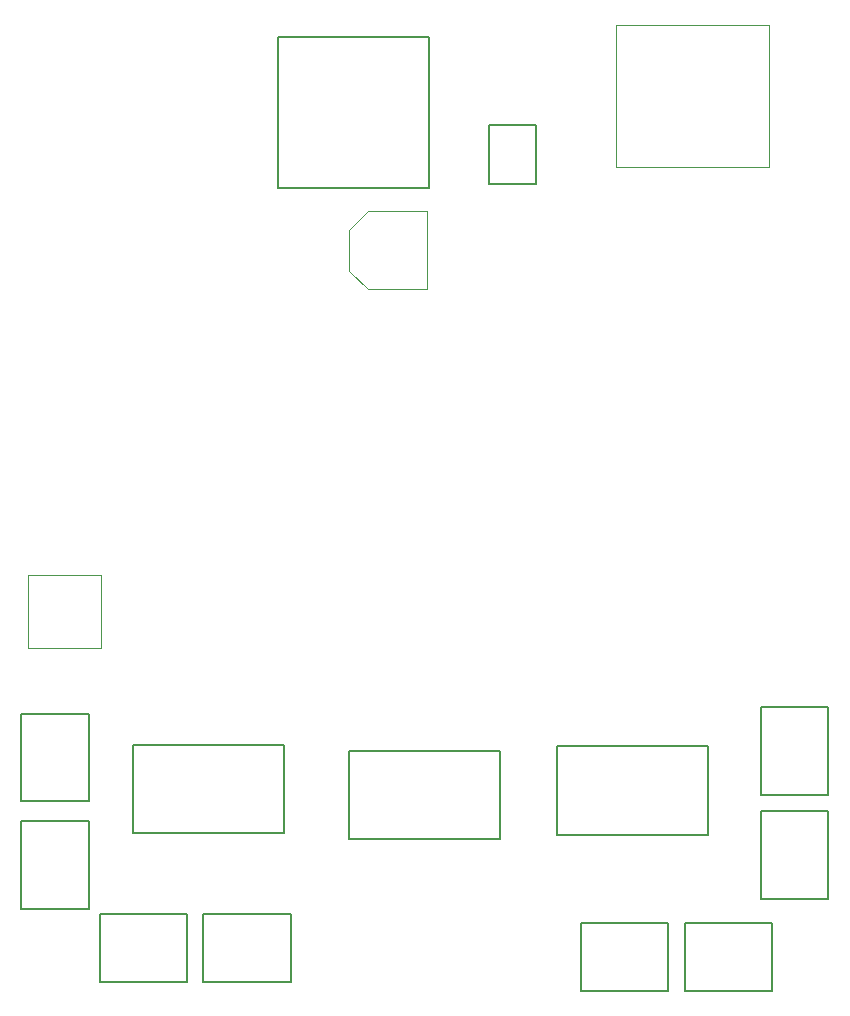
<source format=gbr>
G04*
G04 #@! TF.GenerationSoftware,Altium Limited,Altium Designer,22.9.1 (49)*
G04*
G04 Layer_Color=32768*
%FSTAX24Y24*%
%MOIN*%
G70*
G04*
G04 #@! TF.SameCoordinates,D3726A14-7932-4F0B-9928-97F3702F6CAB*
G04*
G04*
G04 #@! TF.FilePolarity,Positive*
G04*
G01*
G75*
%ADD13C,0.0079*%
%ADD76C,0.0039*%
D13*
X015813Y029484D02*
X017387D01*
Y027516D02*
Y029484D01*
X015813Y027516D02*
X017387D01*
X015813D02*
Y029484D01*
X00393Y005866D02*
X00897D01*
Y008819D01*
X00393D02*
X00897D01*
X00393Y005866D02*
Y008819D01*
X024861Y006599D02*
X027125D01*
X024861Y003685D02*
Y006599D01*
Y003685D02*
X027125D01*
Y006599D01*
X00878Y03242D02*
X01382D01*
X00878Y02738D02*
Y03242D01*
Y02738D02*
X01382D01*
Y03242D01*
X01808Y008776D02*
X02312D01*
X01808Y005824D02*
Y008776D01*
Y005824D02*
X02312D01*
Y008776D01*
X021788Y000625D02*
Y002889D01*
X018875D02*
X021788D01*
X018875Y000625D02*
Y002889D01*
Y000625D02*
X021788D01*
X025245D02*
Y002889D01*
X022332D02*
X025245D01*
X022332Y000625D02*
Y002889D01*
Y000625D02*
X025245D01*
X024861Y010065D02*
X027125D01*
X024861Y007151D02*
Y010065D01*
Y007151D02*
X027125D01*
Y010065D01*
X009205Y000925D02*
Y003189D01*
X006292D02*
X009205D01*
X006292Y000925D02*
Y003189D01*
Y000925D02*
X009205D01*
X01113Y008626D02*
X01617D01*
X01113Y005674D02*
Y008626D01*
Y005674D02*
X01617D01*
Y008626D01*
X005749Y000925D02*
Y003189D01*
X002835D02*
X005749D01*
X002835Y000925D02*
Y003189D01*
Y000925D02*
X005749D01*
X000225Y003351D02*
X002489D01*
Y006265D01*
X000225D02*
X002489D01*
X000225Y003351D02*
Y006265D01*
Y006935D02*
X002489D01*
Y009849D01*
X000225D02*
X002489D01*
X000225Y006935D02*
Y009849D01*
D76*
X025145Y028088D02*
Y032812D01*
X020055Y028088D02*
Y032812D01*
Y028088D02*
X025145D01*
X020055Y032812D02*
X025145D01*
X011761Y026599D02*
X013749D01*
X011151Y025989D02*
X011761Y026599D01*
X011151Y024611D02*
X011761Y024001D01*
X011151Y024611D02*
Y025989D01*
X011761Y024001D02*
X013749D01*
Y026599D01*
X00287Y01203D02*
Y01447D01*
X00043Y01203D02*
X00287D01*
X00043D02*
Y01447D01*
X00287D01*
M02*

</source>
